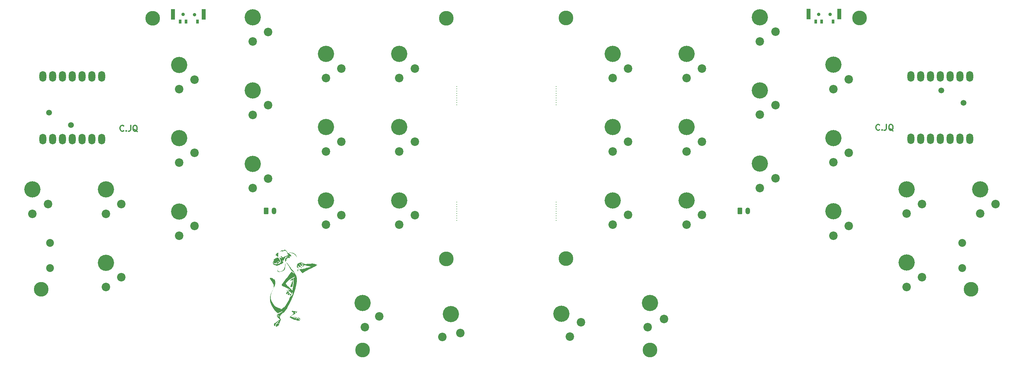
<source format=gts>
%TF.GenerationSoftware,KiCad,Pcbnew,(6.0.11)*%
%TF.CreationDate,2023-05-08T18:46:23+08:00*%
%TF.ProjectId,DOOOPE,444f4f4f-5045-42e6-9b69-6361645f7063,Rev 1*%
%TF.SameCoordinates,Original*%
%TF.FileFunction,Soldermask,Top*%
%TF.FilePolarity,Negative*%
%FSLAX46Y46*%
G04 Gerber Fmt 4.6, Leading zero omitted, Abs format (unit mm)*
G04 Created by KiCad (PCBNEW (6.0.11)) date 2023-05-08 18:46:23*
%MOMM*%
%LPD*%
G01*
G04 APERTURE LIST*
G04 Aperture macros list*
%AMRoundRect*
0 Rectangle with rounded corners*
0 $1 Rounding radius*
0 $2 $3 $4 $5 $6 $7 $8 $9 X,Y pos of 4 corners*
0 Add a 4 corners polygon primitive as box body*
4,1,4,$2,$3,$4,$5,$6,$7,$8,$9,$2,$3,0*
0 Add four circle primitives for the rounded corners*
1,1,$1+$1,$2,$3*
1,1,$1+$1,$4,$5*
1,1,$1+$1,$6,$7*
1,1,$1+$1,$8,$9*
0 Add four rect primitives between the rounded corners*
20,1,$1+$1,$2,$3,$4,$5,0*
20,1,$1+$1,$4,$5,$6,$7,0*
20,1,$1+$1,$6,$7,$8,$9,0*
20,1,$1+$1,$8,$9,$2,$3,0*%
G04 Aperture macros list end*
%ADD10C,0.300000*%
%ADD11C,0.900000*%
%ADD12R,0.700000X1.000000*%
%ADD13R,1.000000X2.800000*%
%ADD14C,4.200000*%
%ADD15C,2.200000*%
%ADD16RoundRect,0.250000X-0.350000X-0.625000X0.350000X-0.625000X0.350000X0.625000X-0.350000X0.625000X0*%
%ADD17O,1.200000X1.750000*%
%ADD18C,3.800000*%
%ADD19C,2.600000*%
%ADD20C,0.300000*%
%ADD21O,1.800000X2.750000*%
%ADD22C,1.500000*%
%ADD23C,2.025000*%
G04 APERTURE END LIST*
D10*
X244633930Y-84417378D02*
X244562501Y-84488806D01*
X244348215Y-84560235D01*
X244205358Y-84560235D01*
X243991072Y-84488806D01*
X243848215Y-84345949D01*
X243776787Y-84203092D01*
X243705358Y-83917378D01*
X243705358Y-83703092D01*
X243776787Y-83417378D01*
X243848215Y-83274521D01*
X243991072Y-83131664D01*
X244205358Y-83060235D01*
X244348215Y-83060235D01*
X244562501Y-83131664D01*
X244633930Y-83203092D01*
X245276787Y-84417378D02*
X245348215Y-84488806D01*
X245276787Y-84560235D01*
X245205358Y-84488806D01*
X245276787Y-84417378D01*
X245276787Y-84560235D01*
X246419644Y-83060235D02*
X246419644Y-84131664D01*
X246348215Y-84345949D01*
X246205358Y-84488806D01*
X245991072Y-84560235D01*
X245848215Y-84560235D01*
X248133930Y-84703092D02*
X247991072Y-84631664D01*
X247848215Y-84488806D01*
X247633930Y-84274521D01*
X247491072Y-84203092D01*
X247348215Y-84203092D01*
X247419644Y-84560235D02*
X247276787Y-84488806D01*
X247133930Y-84345949D01*
X247062501Y-84060235D01*
X247062501Y-83560235D01*
X247133930Y-83274521D01*
X247276787Y-83131664D01*
X247419644Y-83060235D01*
X247705358Y-83060235D01*
X247848215Y-83131664D01*
X247991072Y-83274521D01*
X248062501Y-83560235D01*
X248062501Y-84060235D01*
X247991072Y-84345949D01*
X247848215Y-84488806D01*
X247705358Y-84560235D01*
X247419644Y-84560235D01*
X48908930Y-84642378D02*
X48837501Y-84713806D01*
X48623215Y-84785235D01*
X48480358Y-84785235D01*
X48266072Y-84713806D01*
X48123215Y-84570949D01*
X48051787Y-84428092D01*
X47980358Y-84142378D01*
X47980358Y-83928092D01*
X48051787Y-83642378D01*
X48123215Y-83499521D01*
X48266072Y-83356664D01*
X48480358Y-83285235D01*
X48623215Y-83285235D01*
X48837501Y-83356664D01*
X48908930Y-83428092D01*
X49551787Y-84642378D02*
X49623215Y-84713806D01*
X49551787Y-84785235D01*
X49480358Y-84713806D01*
X49551787Y-84642378D01*
X49551787Y-84785235D01*
X50694644Y-83285235D02*
X50694644Y-84356664D01*
X50623215Y-84570949D01*
X50480358Y-84713806D01*
X50266072Y-84785235D01*
X50123215Y-84785235D01*
X52408930Y-84928092D02*
X52266072Y-84856664D01*
X52123215Y-84713806D01*
X51908930Y-84499521D01*
X51766072Y-84428092D01*
X51623215Y-84428092D01*
X51694644Y-84785235D02*
X51551787Y-84713806D01*
X51408930Y-84570949D01*
X51337501Y-84285235D01*
X51337501Y-83785235D01*
X51408930Y-83499521D01*
X51551787Y-83356664D01*
X51694644Y-83285235D01*
X51980358Y-83285235D01*
X52123215Y-83356664D01*
X52266072Y-83499521D01*
X52337501Y-83785235D01*
X52337501Y-84285235D01*
X52266072Y-84570949D01*
X52123215Y-84713806D01*
X51980358Y-84785235D01*
X51694644Y-84785235D01*
%TO.C,REF\u002A\u002A*%
G36*
X91531135Y-126345043D02*
G01*
X91589160Y-126411238D01*
X91702205Y-126584549D01*
X91703746Y-126680860D01*
X91594168Y-126690575D01*
X91578146Y-126686686D01*
X91439432Y-126705109D01*
X91305797Y-126850505D01*
X91296959Y-126864251D01*
X91200584Y-127003356D01*
X91133853Y-127030035D01*
X91050611Y-126958105D01*
X91036223Y-126942289D01*
X90955373Y-126832928D01*
X90980139Y-126749071D01*
X91057992Y-126672674D01*
X91153588Y-126555610D01*
X91166961Y-126480360D01*
X91194441Y-126405717D01*
X91292605Y-126333152D01*
X91425851Y-126287704D01*
X91531135Y-126345043D01*
G37*
G36*
X89918138Y-117291356D02*
G01*
X89955977Y-117391731D01*
X89946233Y-117487959D01*
X89937571Y-117498497D01*
X89865048Y-117467679D01*
X89713427Y-117400768D01*
X89698296Y-117394026D01*
X89560499Y-117322591D01*
X89547716Y-117275743D01*
X89606267Y-117244882D01*
X89785561Y-117223646D01*
X89918138Y-117291356D01*
G37*
G36*
X87600035Y-125787085D02*
G01*
X87563223Y-125823897D01*
X87526412Y-125787085D01*
X87563223Y-125750274D01*
X87600035Y-125787085D01*
G37*
G36*
X92957748Y-131433407D02*
G01*
X93141785Y-131455999D01*
X93493101Y-131502386D01*
X93344249Y-131691621D01*
X93223110Y-131870695D01*
X93213693Y-131970452D01*
X93316927Y-132008562D01*
X93361049Y-132010537D01*
X93394378Y-132039773D01*
X93292211Y-132124296D01*
X93055293Y-132263535D01*
X92974528Y-132307130D01*
X92613661Y-132504268D01*
X92371349Y-132649996D01*
X92232839Y-132755444D01*
X92183380Y-132831742D01*
X92205441Y-132887360D01*
X92303296Y-132919296D01*
X92515524Y-132953470D01*
X92809402Y-132985486D01*
X93103368Y-133007997D01*
X93432609Y-133033027D01*
X93699832Y-133061693D01*
X93875700Y-133090281D01*
X93931629Y-133112862D01*
X93870184Y-133145376D01*
X93765977Y-133142727D01*
X93605427Y-133125177D01*
X93357540Y-133103130D01*
X93131664Y-133085523D01*
X92869947Y-133078253D01*
X92743267Y-133098165D01*
X92744163Y-133135362D01*
X92865171Y-133179943D01*
X93098830Y-133222009D01*
X93246776Y-133238217D01*
X93683302Y-133277800D01*
X93568190Y-133524103D01*
X93474986Y-133684514D01*
X93392005Y-133765789D01*
X93379455Y-133768344D01*
X93284287Y-133739072D01*
X93088037Y-133661993D01*
X92823600Y-133550384D01*
X92643223Y-133471180D01*
X92275808Y-133304765D01*
X92032401Y-133180750D01*
X91901798Y-133083245D01*
X91872789Y-132996358D01*
X91934169Y-132904197D01*
X92074730Y-132790871D01*
X92133466Y-132748357D01*
X92383056Y-132555714D01*
X92619367Y-132350362D01*
X92814683Y-132159041D01*
X92941294Y-132008488D01*
X92974528Y-131936878D01*
X92915890Y-131864244D01*
X92767571Y-131757119D01*
X92680035Y-131704906D01*
X92464757Y-131568313D01*
X92382842Y-131473970D01*
X92436338Y-131420774D01*
X92627290Y-131407621D01*
X92957748Y-131433407D01*
G37*
G36*
X94021542Y-133310320D02*
G01*
X94184689Y-133434833D01*
X94350691Y-133592988D01*
X94476733Y-133744390D01*
X94520614Y-133841462D01*
X94455152Y-133883373D01*
X94289769Y-133908087D01*
X94070976Y-133913905D01*
X93845281Y-133899131D01*
X93692354Y-133871697D01*
X93583143Y-133809297D01*
X93563513Y-133766147D01*
X93603952Y-133613526D01*
X93700617Y-133441825D01*
X93816533Y-133306016D01*
X93904070Y-133259839D01*
X94021542Y-133310320D01*
G37*
G36*
X87452788Y-126081578D02*
G01*
X87415977Y-126118390D01*
X87379165Y-126081578D01*
X87415977Y-126044766D01*
X87452788Y-126081578D01*
G37*
G36*
X90659730Y-115593696D02*
G01*
X90851947Y-115670444D01*
X91056819Y-115826128D01*
X91233249Y-116049315D01*
X91342111Y-116284159D01*
X91359035Y-116394252D01*
X91420136Y-116443537D01*
X91554074Y-116427606D01*
X91690474Y-116411009D01*
X91700252Y-116457714D01*
X91719048Y-116538208D01*
X91799755Y-116583863D01*
X91937578Y-116672357D01*
X92096388Y-116832675D01*
X92234790Y-117015175D01*
X92311392Y-117170213D01*
X92316137Y-117203155D01*
X92256660Y-117272606D01*
X92187296Y-117279757D01*
X91997758Y-117272704D01*
X91918204Y-117275129D01*
X91823461Y-117291613D01*
X91840325Y-117349381D01*
X91899799Y-117418245D01*
X92000726Y-117550607D01*
X91988956Y-117621644D01*
X91851199Y-117648957D01*
X91723495Y-117651723D01*
X91502468Y-117675525D01*
X91286036Y-117735917D01*
X91113578Y-117816381D01*
X91024477Y-117900395D01*
X91026439Y-117944125D01*
X91037043Y-118052646D01*
X91006868Y-118228305D01*
X90951043Y-118421173D01*
X90884696Y-118581318D01*
X90822955Y-118658811D01*
X90809741Y-118659332D01*
X90747704Y-118570114D01*
X90711089Y-118380830D01*
X90704619Y-118137200D01*
X90730871Y-117896128D01*
X90843631Y-117664959D01*
X91062486Y-117502253D01*
X91353173Y-117431958D01*
X91396536Y-117430853D01*
X91524057Y-117407881D01*
X91543093Y-117357230D01*
X91425635Y-117294792D01*
X91216550Y-117293799D01*
X90957976Y-117354151D01*
X90944847Y-117358658D01*
X90804547Y-117436386D01*
X90689915Y-117580514D01*
X90573494Y-117827174D01*
X90556242Y-117870047D01*
X90446601Y-118119458D01*
X90351352Y-118258685D01*
X90245566Y-118319440D01*
X90195646Y-118328764D01*
X90033780Y-118381511D01*
X89981395Y-118466406D01*
X90051425Y-118549532D01*
X90103388Y-118570727D01*
X90224426Y-118634459D01*
X90254688Y-118681760D01*
X90195624Y-118818060D01*
X90043994Y-118987234D01*
X89838139Y-119154741D01*
X89616402Y-119286040D01*
X89554660Y-119312390D01*
X89371981Y-119396963D01*
X89272576Y-119472644D01*
X89266606Y-119501737D01*
X89227141Y-119540992D01*
X89080960Y-119563687D01*
X89003093Y-119565926D01*
X88814314Y-119581252D01*
X88741164Y-119622763D01*
X88745412Y-119639549D01*
X88737660Y-119699785D01*
X88631238Y-119707670D01*
X88463746Y-119666648D01*
X88308353Y-119599529D01*
X88124280Y-119527407D01*
X87979649Y-119509587D01*
X87977049Y-119510075D01*
X87815095Y-119472655D01*
X87661600Y-119311134D01*
X87541595Y-119057983D01*
X87482176Y-118850431D01*
X87461929Y-118713308D01*
X87478892Y-118667890D01*
X87531104Y-118735457D01*
X87564766Y-118806524D01*
X87703359Y-119007191D01*
X87889532Y-119156234D01*
X88170205Y-119241933D01*
X88518784Y-119266815D01*
X88869192Y-119231138D01*
X89123355Y-119151401D01*
X89406873Y-118965023D01*
X89556720Y-118732879D01*
X89575284Y-118445560D01*
X89464958Y-118093655D01*
X89417323Y-117994101D01*
X89327539Y-117796173D01*
X89284495Y-117658296D01*
X89288676Y-117620418D01*
X89381329Y-117624078D01*
X89554764Y-117668439D01*
X89610677Y-117686770D01*
X89796335Y-117733939D01*
X89882275Y-117725143D01*
X89852367Y-117672284D01*
X89725226Y-117602230D01*
X89653773Y-117559811D01*
X89691306Y-117535843D01*
X89854303Y-117524018D01*
X89935363Y-117521774D01*
X90251754Y-117480593D01*
X90562642Y-117357710D01*
X90700996Y-117280913D01*
X90956063Y-117147470D01*
X91201589Y-117046447D01*
X91337525Y-117009181D01*
X91498124Y-116962465D01*
X91578843Y-116902291D01*
X91558897Y-116854365D01*
X91472806Y-116841868D01*
X91384520Y-116772977D01*
X91320782Y-116584676D01*
X91317296Y-116565781D01*
X91208088Y-116211806D01*
X91016416Y-115967793D01*
X90800587Y-115840589D01*
X90624413Y-115780319D01*
X90482674Y-115785407D01*
X90301115Y-115861254D01*
X90264881Y-115879566D01*
X90051747Y-115967091D01*
X89925791Y-115962460D01*
X89902891Y-115945260D01*
X89785583Y-115904286D01*
X89586051Y-115949459D01*
X89347997Y-116032445D01*
X89488255Y-115877461D01*
X89614778Y-115777084D01*
X89780149Y-115746887D01*
X89942920Y-115757915D01*
X90187229Y-115761527D01*
X90309243Y-115705754D01*
X90311224Y-115702609D01*
X90449743Y-115587009D01*
X90659730Y-115593696D01*
G37*
G36*
X87526412Y-125934332D02*
G01*
X87489600Y-125971143D01*
X87452788Y-125934332D01*
X87489600Y-125897520D01*
X87526412Y-125934332D01*
G37*
G36*
X95155805Y-118957630D02*
G01*
X95172533Y-118969328D01*
X95414788Y-119110045D01*
X95688041Y-119198060D01*
X96021173Y-119237128D01*
X96443064Y-119231006D01*
X96893161Y-119193061D01*
X97319839Y-119153673D01*
X97646985Y-119138530D01*
X97920340Y-119147851D01*
X98185646Y-119181859D01*
X98285857Y-119199784D01*
X98546484Y-119260670D01*
X98744758Y-119328903D01*
X98840630Y-119390468D01*
X98842662Y-119394646D01*
X98922302Y-119454493D01*
X98964126Y-119443196D01*
X98976614Y-119457492D01*
X98904017Y-119552466D01*
X98868453Y-119592465D01*
X98695625Y-119739236D01*
X98455081Y-119893849D01*
X98316279Y-119966545D01*
X98101351Y-120068124D01*
X97794704Y-120212567D01*
X97437966Y-120380285D01*
X97088061Y-120544516D01*
X96700806Y-120733850D01*
X96305008Y-120940436D01*
X95950814Y-121137411D01*
X95718519Y-121278124D01*
X95205010Y-121610311D01*
X94784243Y-121139880D01*
X94574427Y-120890421D01*
X94462357Y-120722018D01*
X94453398Y-120642962D01*
X94460451Y-120639565D01*
X94575675Y-120615322D01*
X94794421Y-120577789D01*
X95074390Y-120534126D01*
X95146412Y-120523469D01*
X95508310Y-120455823D01*
X95926668Y-120355793D01*
X96320234Y-120243116D01*
X96378783Y-120224138D01*
X96775793Y-120108085D01*
X97087508Y-120048992D01*
X97262261Y-120046694D01*
X97381923Y-120053740D01*
X97383633Y-120025719D01*
X97289865Y-119971861D01*
X97123095Y-119901396D01*
X96905795Y-119823554D01*
X96660439Y-119747564D01*
X96409502Y-119682655D01*
X96337625Y-119666959D01*
X96077681Y-119605165D01*
X95881789Y-119543867D01*
X95788020Y-119495217D01*
X95785399Y-119490699D01*
X95725944Y-119498690D01*
X95599893Y-119592117D01*
X95506858Y-119679122D01*
X95336406Y-119828847D01*
X95192092Y-119920525D01*
X95143957Y-119934042D01*
X95047908Y-119992757D01*
X95035977Y-120041886D01*
X94975838Y-120154788D01*
X94838785Y-120257765D01*
X94691107Y-120301806D01*
X94710073Y-120258587D01*
X94817190Y-120145340D01*
X94987315Y-119986095D01*
X95195307Y-119804880D01*
X95312064Y-119708335D01*
X95398080Y-119554928D01*
X95356178Y-119349739D01*
X95189506Y-119108091D01*
X95188477Y-119106942D01*
X95051732Y-118965193D01*
X94975625Y-118926574D01*
X94929882Y-118978385D01*
X94922856Y-118995511D01*
X94904584Y-119160906D01*
X94929382Y-119326815D01*
X94974105Y-119449417D01*
X95006452Y-119434820D01*
X95016344Y-119400274D01*
X95085978Y-119284845D01*
X95179494Y-119302273D01*
X95232413Y-119387577D01*
X95227176Y-119537783D01*
X95115706Y-119647104D01*
X94938718Y-119684016D01*
X94864019Y-119672819D01*
X94710824Y-119591206D01*
X94608909Y-119414930D01*
X94583194Y-119337228D01*
X94510025Y-119150525D01*
X94442779Y-119060373D01*
X94401689Y-119076938D01*
X94406985Y-119210386D01*
X94415620Y-119253027D01*
X94478278Y-119509350D01*
X94537203Y-119659475D01*
X94614047Y-119742247D01*
X94715403Y-119790875D01*
X94841177Y-119870353D01*
X94834194Y-119945643D01*
X94708051Y-119996370D01*
X94571487Y-120006538D01*
X94338005Y-119981917D01*
X94203856Y-119887981D01*
X94128570Y-119690350D01*
X94113607Y-119617542D01*
X94064895Y-119431329D01*
X94022174Y-119387181D01*
X93994820Y-119479953D01*
X93991390Y-119684580D01*
X94042451Y-119963310D01*
X94172137Y-120120149D01*
X94327165Y-120160724D01*
X94412595Y-120178760D01*
X94387823Y-120204988D01*
X94253956Y-120218349D01*
X94056966Y-120199225D01*
X94038113Y-120195839D01*
X93784383Y-120148239D01*
X93784383Y-119727546D01*
X93790475Y-119502897D01*
X93825793Y-119347731D01*
X93915899Y-119229682D01*
X94086355Y-119116383D01*
X94362723Y-118975470D01*
X94388217Y-118962991D01*
X94685274Y-118851645D01*
X94926711Y-118849742D01*
X95155805Y-118957630D01*
G37*
G36*
X87379165Y-126228824D02*
G01*
X87342354Y-126265636D01*
X87305542Y-126228824D01*
X87342354Y-126192013D01*
X87379165Y-126228824D01*
G37*
G36*
X94315526Y-120466935D02*
G01*
X94341782Y-120516150D01*
X94248800Y-120584514D01*
X94095904Y-120629548D01*
X94041865Y-120596330D01*
X94055093Y-120517468D01*
X94158919Y-120463615D01*
X94296704Y-120461551D01*
X94315526Y-120466935D01*
G37*
G36*
X92164766Y-127047438D02*
G01*
X92194851Y-127088363D01*
X92293569Y-127255329D01*
X92281185Y-127340685D01*
X92148660Y-127368956D01*
X92091049Y-127369984D01*
X91927552Y-127345433D01*
X91871472Y-127257724D01*
X91870180Y-127231752D01*
X91922230Y-127068851D01*
X91973981Y-127007373D01*
X92069095Y-126969313D01*
X92164766Y-127047438D01*
G37*
G36*
X87673658Y-125639839D02*
G01*
X87636846Y-125676651D01*
X87600035Y-125639839D01*
X87636846Y-125603027D01*
X87673658Y-125639839D01*
G37*
G36*
X90225928Y-117381771D02*
G01*
X90215822Y-117425540D01*
X90176846Y-117430853D01*
X90116246Y-117403916D01*
X90127764Y-117381771D01*
X90215138Y-117372960D01*
X90225928Y-117381771D01*
G37*
G36*
X87281001Y-126363800D02*
G01*
X87289812Y-126451174D01*
X87281001Y-126461965D01*
X87237232Y-126451858D01*
X87231919Y-126412882D01*
X87258856Y-126352282D01*
X87281001Y-126363800D01*
G37*
G36*
X92728270Y-123882388D02*
G01*
X92701924Y-124351884D01*
X92674361Y-124694217D01*
X92639118Y-124929377D01*
X92589733Y-125077353D01*
X92519740Y-125158135D01*
X92422679Y-125191714D01*
X92302871Y-125198100D01*
X92036143Y-125198100D01*
X92139116Y-124851605D01*
X92233310Y-124576273D01*
X92357453Y-124264445D01*
X92423532Y-124115373D01*
X92523190Y-123879917D01*
X92589400Y-123682543D01*
X92605692Y-123594485D01*
X92553119Y-123458486D01*
X92416124Y-123417994D01*
X92228778Y-123481099D01*
X92200916Y-123498369D01*
X92069106Y-123570030D01*
X92020155Y-123548022D01*
X92017426Y-123520309D01*
X92079309Y-123406136D01*
X92244961Y-123255702D01*
X92484386Y-123094299D01*
X92599796Y-123029286D01*
X92777238Y-122934792D01*
X92728270Y-123882388D01*
G37*
G36*
X87142375Y-122824979D02*
G01*
X87404660Y-122950426D01*
X87699823Y-123202932D01*
X87727900Y-123231446D01*
X87881200Y-123378870D01*
X87970577Y-123444305D01*
X87978764Y-123415482D01*
X87974181Y-123406432D01*
X87920080Y-123264977D01*
X87924408Y-123192664D01*
X87974746Y-123226857D01*
X88052290Y-123362135D01*
X88086234Y-123438092D01*
X88176768Y-123828180D01*
X88160880Y-124280663D01*
X88042554Y-124760513D01*
X87896808Y-125102035D01*
X87790729Y-125299991D01*
X87723136Y-125404968D01*
X87705892Y-125399199D01*
X87709803Y-125382158D01*
X87759165Y-124991587D01*
X87695957Y-124586315D01*
X87514814Y-124150115D01*
X87210371Y-123666757D01*
X87088417Y-123502581D01*
X86882915Y-123219783D01*
X86773928Y-123026200D01*
X86756498Y-122904347D01*
X86825668Y-122836739D01*
X86894133Y-122817232D01*
X87142375Y-122824979D01*
G37*
G36*
X89088781Y-118663004D02*
G01*
X89120872Y-118792877D01*
X89057950Y-118949449D01*
X89033205Y-118979682D01*
X88905515Y-119061890D01*
X88729128Y-119113598D01*
X88555233Y-119128448D01*
X88435020Y-119100082D01*
X88409890Y-119057108D01*
X88465708Y-118961139D01*
X88600866Y-118830779D01*
X88766920Y-118704800D01*
X88915425Y-118621972D01*
X88970023Y-118608824D01*
X89088781Y-118663004D01*
G37*
G36*
X91810926Y-127034545D02*
G01*
X91718968Y-127218481D01*
X91642556Y-127283597D01*
X91541978Y-127247558D01*
X91460918Y-127190238D01*
X91372010Y-127062182D01*
X91407724Y-126932546D01*
X91549040Y-126832126D01*
X91704849Y-126795269D01*
X91929596Y-126772729D01*
X91810926Y-127034545D01*
G37*
G36*
X94072905Y-120675448D02*
G01*
X94110400Y-120800862D01*
X94053702Y-120954582D01*
X93955352Y-121138351D01*
X93903202Y-120930570D01*
X93888930Y-120751664D01*
X93933987Y-120640633D01*
X94017719Y-120628529D01*
X94072905Y-120675448D01*
G37*
G36*
X87622047Y-118599898D02*
G01*
X87653015Y-118454225D01*
X87663931Y-118441856D01*
X87730037Y-118409384D01*
X87781780Y-118478974D01*
X87830424Y-118670012D01*
X87846482Y-118756071D01*
X87862609Y-118796491D01*
X87869990Y-118708599D01*
X87868498Y-118572013D01*
X87851694Y-118347503D01*
X87812096Y-118242567D01*
X87747281Y-118228368D01*
X87696715Y-118213418D01*
X87740676Y-118137283D01*
X87853452Y-118023763D01*
X88009327Y-117896662D01*
X88182587Y-117779783D01*
X88299455Y-117717251D01*
X88593056Y-117607401D01*
X88811750Y-117597367D01*
X88992359Y-117691056D01*
X89100804Y-117802287D01*
X89292678Y-118094447D01*
X89395391Y-118391417D01*
X89398618Y-118654689D01*
X89358605Y-118763620D01*
X89286145Y-118884018D01*
X89254150Y-118879793D01*
X89235349Y-118779823D01*
X89162357Y-118572239D01*
X89030686Y-118496396D01*
X88846103Y-118551640D01*
X88614371Y-118737317D01*
X88495859Y-118863692D01*
X88284789Y-119056994D01*
X88097877Y-119114411D01*
X87913016Y-119039848D01*
X87840539Y-118979431D01*
X87728175Y-118838301D01*
X88074786Y-118838301D01*
X88085975Y-118871217D01*
X88115447Y-118801634D01*
X88155574Y-118649991D01*
X88198728Y-118436727D01*
X88213161Y-118351143D01*
X88232373Y-118189344D01*
X88216954Y-118165140D01*
X88197212Y-118203897D01*
X88148278Y-118367724D01*
X88101818Y-118600196D01*
X88089508Y-118682448D01*
X88074786Y-118838301D01*
X87728175Y-118838301D01*
X87689337Y-118789521D01*
X87622047Y-118599898D01*
G37*
G36*
X94179899Y-133079096D02*
G01*
X94314624Y-133173925D01*
X94469908Y-133315702D01*
X94608651Y-133471549D01*
X94676787Y-133572737D01*
X94716276Y-133681832D01*
X94667240Y-133689305D01*
X94541787Y-133601025D01*
X94352026Y-133422863D01*
X94337876Y-133408437D01*
X94190206Y-133240353D01*
X94107744Y-133112377D01*
X94102833Y-133064094D01*
X94179899Y-133079096D01*
G37*
G36*
X90755202Y-119164679D02*
G01*
X90779429Y-119270534D01*
X90782428Y-119481232D01*
X90767745Y-119756472D01*
X90738930Y-120055952D01*
X90699529Y-120339368D01*
X90653091Y-120566417D01*
X90623766Y-120657766D01*
X90485657Y-120831241D01*
X90241143Y-120996250D01*
X89929582Y-121139610D01*
X89590332Y-121248133D01*
X89262751Y-121308635D01*
X88986197Y-121307928D01*
X88833223Y-121257647D01*
X88729023Y-121113257D01*
X88721821Y-120889890D01*
X88775677Y-120707085D01*
X88815914Y-120633538D01*
X88831979Y-120685867D01*
X88832824Y-120802538D01*
X88865551Y-121038293D01*
X88986636Y-121169817D01*
X89216622Y-121216282D01*
X89276970Y-121217059D01*
X89699374Y-121146524D01*
X90062147Y-120951335D01*
X90353495Y-120646098D01*
X90561628Y-120245418D01*
X90674753Y-119763899D01*
X90692209Y-119464215D01*
X90703008Y-119264182D01*
X90731320Y-119163820D01*
X90755202Y-119164679D01*
G37*
G36*
X88970370Y-116404208D02*
G01*
X88954071Y-116492158D01*
X88920041Y-116676522D01*
X88908162Y-116911999D01*
X88908901Y-116946506D01*
X88900897Y-117212505D01*
X88850271Y-117344096D01*
X88750464Y-117349633D01*
X88645935Y-117281452D01*
X88532135Y-117166043D01*
X88498689Y-117085132D01*
X88454471Y-117030682D01*
X88354672Y-117002400D01*
X88236099Y-116973550D01*
X88205627Y-116916572D01*
X88268987Y-116807345D01*
X88431912Y-116621747D01*
X88449684Y-116602593D01*
X88639441Y-116431579D01*
X88805796Y-116337937D01*
X88924266Y-116327027D01*
X88970370Y-116404208D01*
G37*
G36*
X93791502Y-131540776D02*
G01*
X93782668Y-131651330D01*
X93712680Y-131774852D01*
X93598548Y-131861648D01*
X93595532Y-131862821D01*
X93422616Y-131922557D01*
X93359117Y-131920610D01*
X93379646Y-131854524D01*
X93386308Y-131842593D01*
X93500989Y-131678713D01*
X93628291Y-131546436D01*
X93722170Y-131492882D01*
X93791502Y-131540776D01*
G37*
G36*
X89094265Y-117410957D02*
G01*
X89109310Y-117430853D01*
X89105945Y-117498804D01*
X89081189Y-117504477D01*
X88977109Y-117450750D01*
X88962064Y-117430853D01*
X88965429Y-117362902D01*
X88990185Y-117357230D01*
X89094265Y-117410957D01*
G37*
G36*
X92513063Y-116289467D02*
G01*
X92873708Y-116403329D01*
X93209989Y-116622764D01*
X93288002Y-116688842D01*
X93429644Y-116846284D01*
X93570478Y-117055011D01*
X93689951Y-117275728D01*
X93767508Y-117469143D01*
X93782594Y-117595963D01*
X93772321Y-117614702D01*
X93729245Y-117575622D01*
X93663592Y-117437111D01*
X93644730Y-117387319D01*
X93431147Y-116992227D01*
X93106813Y-116687025D01*
X92668131Y-116469343D01*
X92111504Y-116336807D01*
X92036835Y-116326540D01*
X91612499Y-116272189D01*
X92075008Y-116262536D01*
X92513063Y-116289467D01*
G37*
G36*
X88815829Y-134681394D02*
G01*
X89062542Y-134740488D01*
X89175384Y-134824982D01*
X89167406Y-134950503D01*
X89116822Y-135041810D01*
X89000183Y-135165292D01*
X88816608Y-135309634D01*
X88615336Y-135441333D01*
X88445608Y-135526884D01*
X88381460Y-135542158D01*
X88354006Y-135476480D01*
X88337971Y-135311078D01*
X88336267Y-135224925D01*
X88366425Y-134921370D01*
X88464342Y-134741096D01*
X88641187Y-134671446D01*
X88815829Y-134681394D01*
G37*
G36*
X91052623Y-118756146D02*
G01*
X91154865Y-118871107D01*
X91284863Y-119057794D01*
X91423550Y-119259874D01*
X91630851Y-119543311D01*
X91882254Y-119875406D01*
X92153245Y-120223457D01*
X92249896Y-120345137D01*
X92704378Y-120927024D01*
X93064838Y-121422599D01*
X93340093Y-121850931D01*
X93538960Y-122231089D01*
X93670258Y-122582142D01*
X93742803Y-122923161D01*
X93765413Y-123273213D01*
X93751860Y-123593326D01*
X93725236Y-123898615D01*
X93698034Y-124164639D01*
X93675293Y-124343078D01*
X93671276Y-124366370D01*
X93312697Y-125910592D01*
X92842988Y-127368653D01*
X92256799Y-128756826D01*
X92164024Y-128948776D01*
X91822283Y-129621785D01*
X91490859Y-130230514D01*
X91177085Y-130763881D01*
X90888294Y-131210806D01*
X90631821Y-131560206D01*
X90414998Y-131800999D01*
X90245158Y-131922104D01*
X90188124Y-131934622D01*
X90045648Y-131992600D01*
X89861994Y-132143471D01*
X89669656Y-132352635D01*
X89501130Y-132585493D01*
X89403339Y-132770231D01*
X89335152Y-132956922D01*
X89328894Y-133095819D01*
X89388370Y-133259984D01*
X89433720Y-133353748D01*
X89582189Y-133653830D01*
X89400967Y-134106814D01*
X89308121Y-134349700D01*
X89242766Y-134541308D01*
X89219745Y-134635822D01*
X89160789Y-134673847D01*
X88978872Y-134646912D01*
X88925181Y-134633222D01*
X88630617Y-134554598D01*
X88901992Y-134276686D01*
X89073916Y-134087695D01*
X89136710Y-133989860D01*
X89097404Y-133983850D01*
X88963027Y-134070332D01*
X88740612Y-134249974D01*
X88728689Y-134260221D01*
X88497894Y-134479229D01*
X88356737Y-134676087D01*
X88268618Y-134904442D01*
X88255276Y-134954156D01*
X88160798Y-135204793D01*
X88043877Y-135325250D01*
X87913412Y-135308182D01*
X87869986Y-135272206D01*
X87824856Y-135140282D01*
X87836345Y-134933795D01*
X87900489Y-134712388D01*
X87908396Y-134694455D01*
X88002700Y-134557431D01*
X88131737Y-134537625D01*
X88164116Y-134544654D01*
X88284780Y-134555128D01*
X88294552Y-134488535D01*
X88292757Y-134483714D01*
X88334132Y-134386173D01*
X88511614Y-134232937D01*
X88810080Y-134033445D01*
X89057327Y-133874605D01*
X89248221Y-133742953D01*
X89354402Y-133658468D01*
X89366991Y-133641055D01*
X89318910Y-133570413D01*
X89192024Y-133425841D01*
X89012372Y-133236801D01*
X88986148Y-133210140D01*
X88605305Y-132824507D01*
X88930931Y-132839709D01*
X89160690Y-132825499D01*
X89255679Y-132762738D01*
X89215610Y-132662836D01*
X89040200Y-132537200D01*
X88939785Y-132485931D01*
X88623013Y-132335842D01*
X88976596Y-132165855D01*
X89245976Y-132027344D01*
X89511275Y-131875861D01*
X89743937Y-131729748D01*
X89915408Y-131607344D01*
X89997133Y-131526992D01*
X89997653Y-131510018D01*
X89919782Y-131524217D01*
X89746353Y-131595284D01*
X89510807Y-131709088D01*
X89440940Y-131745288D01*
X88921771Y-132018103D01*
X88684236Y-131870564D01*
X88296621Y-131564020D01*
X87913629Y-131140148D01*
X87554752Y-130628115D01*
X87239482Y-130057088D01*
X86987311Y-129456232D01*
X86908136Y-129212923D01*
X86827670Y-128794825D01*
X86804113Y-128312356D01*
X86833251Y-127808750D01*
X86910875Y-127327243D01*
X87032771Y-126911070D01*
X87157050Y-126657779D01*
X87218316Y-126568217D01*
X87214474Y-126608208D01*
X87194372Y-126670564D01*
X87074722Y-127121466D01*
X87005548Y-127575067D01*
X86993702Y-127977170D01*
X87009668Y-128131622D01*
X87179267Y-128796938D01*
X87451695Y-129387799D01*
X87815711Y-129889854D01*
X88260070Y-130288754D01*
X88773530Y-130570147D01*
X88975403Y-130640603D01*
X89282721Y-130732411D01*
X89471732Y-130791479D01*
X89564712Y-130828854D01*
X89583942Y-130855579D01*
X89551697Y-130882701D01*
X89512174Y-130906730D01*
X89449678Y-130963035D01*
X89500072Y-130972846D01*
X89637660Y-130939421D01*
X89836746Y-130866015D01*
X89838191Y-130865412D01*
X90053562Y-130747458D01*
X90296230Y-130575064D01*
X90405725Y-130482975D01*
X90603670Y-130264307D01*
X90839853Y-129940690D01*
X91095542Y-129542950D01*
X91352003Y-129101916D01*
X91590503Y-128648417D01*
X91792307Y-128213280D01*
X91809070Y-128173586D01*
X91952746Y-127855953D01*
X92071079Y-127658743D01*
X92178049Y-127560484D01*
X92218621Y-127544625D01*
X92362824Y-127456230D01*
X92510980Y-127291832D01*
X92538641Y-127250079D01*
X92604565Y-127130225D01*
X92648861Y-127002893D01*
X92674178Y-126839642D01*
X92683166Y-126612035D01*
X92678472Y-126291635D01*
X92664625Y-125897520D01*
X92673667Y-125709693D01*
X92706449Y-125426734D01*
X92756844Y-125097695D01*
X92782484Y-124953820D01*
X92881222Y-124106583D01*
X92887281Y-123537693D01*
X92864093Y-122807585D01*
X93066557Y-122723910D01*
X93214294Y-122639233D01*
X93265400Y-122565399D01*
X93213477Y-122532277D01*
X93103368Y-122552031D01*
X92708930Y-122718977D01*
X92268945Y-122980725D01*
X91821454Y-123310854D01*
X91404494Y-123682943D01*
X91258901Y-123833151D01*
X91066990Y-124046263D01*
X90921225Y-124219218D01*
X90845214Y-124323580D01*
X90839455Y-124338425D01*
X90889030Y-124405426D01*
X91026091Y-124557145D01*
X91233139Y-124775055D01*
X91492674Y-125040628D01*
X91686122Y-125234911D01*
X92532788Y-126079176D01*
X92527614Y-126522116D01*
X92513491Y-126787303D01*
X92482420Y-127009957D01*
X92452859Y-127112303D01*
X92408705Y-127192951D01*
X92406805Y-127145214D01*
X92422836Y-127056242D01*
X92425453Y-126891784D01*
X92326871Y-126793012D01*
X92280460Y-126770041D01*
X92151974Y-126674965D01*
X92088315Y-126510937D01*
X92071995Y-126384363D01*
X92045463Y-126081578D01*
X91984776Y-126324123D01*
X91924089Y-126566669D01*
X91792667Y-126350562D01*
X91681078Y-126189042D01*
X91588066Y-126089468D01*
X91583176Y-126086206D01*
X91463437Y-126083198D01*
X91298736Y-126147596D01*
X91155045Y-126249984D01*
X91119545Y-126292931D01*
X91041674Y-126334360D01*
X91017025Y-126320500D01*
X91005727Y-126231303D01*
X91102097Y-126129818D01*
X91269532Y-126033206D01*
X91471428Y-125958626D01*
X91671182Y-125923237D01*
X91825484Y-125941494D01*
X91925536Y-125940809D01*
X91943803Y-125900621D01*
X91880937Y-125835001D01*
X91711957Y-125729158D01*
X91466293Y-125600401D01*
X91299600Y-125521739D01*
X90816415Y-125301712D01*
X90450992Y-125132652D01*
X90186877Y-125004971D01*
X90007611Y-124909081D01*
X89896740Y-124835396D01*
X89837806Y-124774328D01*
X89814354Y-124716289D01*
X89809942Y-124653863D01*
X89860247Y-124496384D01*
X89999463Y-124272874D01*
X90158441Y-124072352D01*
X90811169Y-123290783D01*
X91373650Y-122561775D01*
X91730037Y-122061570D01*
X91975507Y-121706642D01*
X92156770Y-121461746D01*
X92294515Y-121316605D01*
X92409432Y-121260942D01*
X92522209Y-121284482D01*
X92653536Y-121376947D01*
X92816988Y-121521668D01*
X93002634Y-121678192D01*
X93137597Y-121772176D01*
X93194960Y-121785128D01*
X93195397Y-121781656D01*
X93143278Y-121665945D01*
X93011991Y-121499029D01*
X92839147Y-121319398D01*
X92662353Y-121165541D01*
X92519218Y-121075947D01*
X92499563Y-121069523D01*
X92354617Y-120965092D01*
X92192974Y-120725874D01*
X92133063Y-120610344D01*
X92002183Y-120370021D01*
X91813709Y-120057907D01*
X91596796Y-119721188D01*
X91452113Y-119508247D01*
X91264362Y-119228522D01*
X91116593Y-118988792D01*
X91024920Y-118816553D01*
X91003461Y-118742603D01*
X91052623Y-118756146D01*
G37*
G36*
X88822542Y-132549400D02*
G01*
X88899899Y-132588653D01*
X89182933Y-132737969D01*
X88904536Y-132741223D01*
X88675818Y-132711910D01*
X88582542Y-132630867D01*
X88563166Y-132508623D01*
X88640685Y-132481797D01*
X88822542Y-132549400D01*
G37*
G36*
X88900711Y-120253076D02*
G01*
X88909522Y-120340449D01*
X88900711Y-120351240D01*
X88856942Y-120341134D01*
X88851629Y-120302158D01*
X88878567Y-120241558D01*
X88900711Y-120253076D01*
G37*
%TD*%
D11*
%TO.C,On / Off*%
X67283930Y-54566664D03*
X64283930Y-54516664D03*
D12*
X68033930Y-56366664D03*
X65033930Y-56366664D03*
X63533930Y-56366664D03*
D13*
X61683930Y-54466664D03*
X69633930Y-54466664D03*
%TD*%
D14*
%TO.C,SW33*%
X162246430Y-132181664D03*
D15*
X164401157Y-138101728D03*
X167304877Y-134384415D03*
%TD*%
D14*
%TO.C,SW10*%
X120283930Y-83756664D03*
D15*
X120283930Y-90056664D03*
X124283930Y-87556664D03*
%TD*%
D14*
%TO.C,SW28*%
X175546430Y-102731664D03*
D15*
X175546430Y-109031664D03*
X179546430Y-106531664D03*
%TD*%
D16*
%TO.C,J4*%
X208483930Y-105506664D03*
D17*
X210483930Y-105506664D03*
%TD*%
D14*
%TO.C,SW3*%
X82283930Y-55256664D03*
D15*
X82283930Y-61556664D03*
X86283930Y-59056664D03*
%TD*%
D14*
%TO.C,SW23*%
X175546430Y-83731664D03*
D15*
X175546430Y-90031664D03*
X179546430Y-87531664D03*
%TD*%
D14*
%TO.C,SW20*%
X213658930Y-55231664D03*
D15*
X213658930Y-61531664D03*
X217658930Y-59031664D03*
%TD*%
D14*
%TO.C,SW30*%
X213658930Y-93231664D03*
D15*
X213658930Y-99531664D03*
X217658930Y-97031664D03*
%TD*%
D14*
%TO.C,SW24*%
X194658930Y-83731664D03*
D15*
X194658930Y-90031664D03*
X198658930Y-87531664D03*
%TD*%
D14*
%TO.C,SW27*%
X251658930Y-99881664D03*
D15*
X251658930Y-106181664D03*
X255658930Y-103681664D03*
%TD*%
D14*
%TO.C,SW7*%
X63283930Y-86606664D03*
D15*
X63283930Y-92906664D03*
X67283930Y-90406664D03*
%TD*%
D14*
%TO.C,SW34*%
X185158930Y-129331664D03*
D15*
X184609849Y-135607691D03*
X188812517Y-133465827D03*
%TD*%
D18*
%TO.C,REF\u002A\u002A*%
X132433930Y-55481664D03*
D19*
X132433930Y-55481664D03*
%TD*%
D20*
%TO.C,REF\u002A\u002A*%
X160858930Y-103787914D03*
X160858930Y-105569164D03*
X160858930Y-103194164D03*
X160858930Y-106756664D03*
X160858930Y-104975414D03*
X160858930Y-104381664D03*
X160858930Y-107350414D03*
X160858930Y-106162914D03*
X160858930Y-107944164D03*
%TD*%
D21*
%TO.C,U1*%
X27938930Y-86826664D03*
X30478930Y-86826664D03*
X33018930Y-86826664D03*
X35558930Y-86826664D03*
X38098930Y-86826664D03*
X40638930Y-86826664D03*
X43178930Y-86826664D03*
X43178930Y-70636664D03*
X40638930Y-70636664D03*
X38098930Y-70636664D03*
X35558930Y-70636664D03*
X33018930Y-70636664D03*
X30478930Y-70636664D03*
X27938930Y-70636664D03*
D22*
X29526930Y-80001664D03*
X35241930Y-83176664D03*
%TD*%
D19*
%TO.C,REF\u002A\u002A*%
X56408930Y-55481664D03*
D18*
X56408930Y-55481664D03*
%TD*%
D14*
%TO.C,SW17*%
X133583930Y-132206664D03*
D15*
X131429203Y-138126728D03*
X136043024Y-137145577D03*
%TD*%
D21*
%TO.C,U2*%
X267969117Y-70611664D03*
X265429117Y-70611664D03*
X262889117Y-70611664D03*
X260349117Y-70611664D03*
X257809117Y-70611664D03*
X255269117Y-70611664D03*
X252729117Y-70611664D03*
X252729117Y-86801664D03*
X255269117Y-86801664D03*
X257809117Y-86801664D03*
X260349117Y-86801664D03*
X262889117Y-86801664D03*
X265429117Y-86801664D03*
X267969117Y-86801664D03*
D22*
X266381117Y-77436664D03*
X260666117Y-74261664D03*
%TD*%
D14*
%TO.C,SW1*%
X25283930Y-99906664D03*
D15*
X25283930Y-106206664D03*
X29283930Y-103706664D03*
%TD*%
D14*
%TO.C,SW19*%
X194658930Y-64731664D03*
D15*
X194658930Y-71031664D03*
X198658930Y-68531664D03*
%TD*%
D20*
%TO.C,REF\u002A\u002A*%
X160858930Y-77944164D03*
X160858930Y-73787914D03*
X160858930Y-76162914D03*
X160858930Y-77350414D03*
X160858930Y-74975414D03*
X160858930Y-73194164D03*
X160858930Y-76756664D03*
X160858930Y-75569164D03*
X160858930Y-74381664D03*
%TD*%
D11*
%TO.C,On / Off*%
X228858930Y-54491664D03*
X231858930Y-54541664D03*
D12*
X232608930Y-56341664D03*
X229608930Y-56341664D03*
X228108930Y-56341664D03*
D13*
X234208930Y-54441664D03*
X226258930Y-54441664D03*
%TD*%
D14*
%TO.C,SW13*%
X82283930Y-93256664D03*
D15*
X82283930Y-99556664D03*
X86283930Y-97056664D03*
%TD*%
D14*
%TO.C,SW29*%
X194658930Y-102731664D03*
D15*
X194658930Y-109031664D03*
X198658930Y-106531664D03*
%TD*%
D14*
%TO.C,SW5*%
X120283930Y-64756664D03*
D15*
X120283930Y-71056664D03*
X124283930Y-68556664D03*
%TD*%
D23*
%TO.C,RESET*%
X266033930Y-120256664D03*
X266033930Y-113756664D03*
%TD*%
D14*
%TO.C,SW22*%
X270658930Y-99881664D03*
D15*
X270658930Y-106181664D03*
X274658930Y-103681664D03*
%TD*%
D19*
%TO.C,REF\u002A\u002A*%
X110783930Y-141533493D03*
D18*
X110783930Y-141533493D03*
%TD*%
D16*
%TO.C,J2*%
X85783930Y-105506664D03*
D17*
X87783930Y-105506664D03*
%TD*%
D19*
%TO.C,REF\u002A\u002A*%
X27558930Y-125781664D03*
D18*
X27558930Y-125781664D03*
%TD*%
D14*
%TO.C,SW15*%
X120283930Y-102756664D03*
D15*
X120283930Y-109056664D03*
X124283930Y-106556664D03*
%TD*%
D20*
%TO.C,REF\u002A\u002A*%
X135158930Y-104975414D03*
X135158930Y-105569164D03*
X135158930Y-107944164D03*
X135158930Y-104381664D03*
X135158930Y-107350414D03*
X135158930Y-106756664D03*
X135158930Y-103787914D03*
X135158930Y-106162914D03*
X135158930Y-103194164D03*
%TD*%
D19*
%TO.C,REF\u002A\u002A*%
X132433930Y-117881664D03*
D18*
X132433930Y-117881664D03*
%TD*%
D14*
%TO.C,SW18*%
X175546430Y-64731664D03*
D15*
X175546430Y-71031664D03*
X179546430Y-68531664D03*
%TD*%
D14*
%TO.C,SW25*%
X213658930Y-74231664D03*
D15*
X213658930Y-80531664D03*
X217658930Y-78031664D03*
%TD*%
D14*
%TO.C,SW11*%
X44283930Y-118906664D03*
D15*
X44283930Y-125206664D03*
X48283930Y-122706664D03*
%TD*%
D14*
%TO.C,SW32*%
X251658930Y-118881664D03*
D15*
X251658930Y-125181664D03*
X255658930Y-122681664D03*
%TD*%
D14*
%TO.C,SW12*%
X63283930Y-105606664D03*
D15*
X63283930Y-111906664D03*
X67283930Y-109406664D03*
%TD*%
D14*
%TO.C,SW16*%
X110783930Y-129356664D03*
D15*
X111333011Y-135632691D03*
X115099901Y-132793581D03*
%TD*%
D14*
%TO.C,SW26*%
X232658930Y-86581664D03*
D15*
X232658930Y-92881664D03*
X236658930Y-90381664D03*
%TD*%
D14*
%TO.C,SW4*%
X101283930Y-64756664D03*
D15*
X101283930Y-71056664D03*
X105283930Y-68556664D03*
%TD*%
D14*
%TO.C,SW14*%
X101283930Y-102756664D03*
D15*
X101283930Y-109056664D03*
X105283930Y-106556664D03*
%TD*%
D14*
%TO.C,SW2*%
X63283930Y-67606664D03*
D15*
X63283930Y-73906664D03*
X67283930Y-71406664D03*
%TD*%
D20*
%TO.C,REF\u002A\u002A*%
X135158930Y-77944164D03*
X135158930Y-76162914D03*
X135158930Y-75569164D03*
X135158930Y-76756664D03*
X135158930Y-73787914D03*
X135158930Y-77350414D03*
X135158930Y-74381664D03*
X135158930Y-74975414D03*
X135158930Y-73194164D03*
%TD*%
D23*
%TO.C,RESET*%
X29858930Y-113756664D03*
X29858930Y-120256664D03*
%TD*%
D14*
%TO.C,SW6*%
X44283930Y-99906664D03*
D15*
X44283930Y-106206664D03*
X48283930Y-103706664D03*
%TD*%
D18*
%TO.C,REF\u002A\u002A*%
X185158930Y-141508493D03*
D19*
X185158930Y-141508493D03*
%TD*%
D14*
%TO.C,SW21*%
X232658930Y-67581664D03*
D15*
X232658930Y-73881664D03*
X236658930Y-71381664D03*
%TD*%
D14*
%TO.C,SW9*%
X101283930Y-83756664D03*
D15*
X101283930Y-90056664D03*
X105283930Y-87556664D03*
%TD*%
D14*
%TO.C,SW8*%
X82283930Y-74256664D03*
D15*
X82283930Y-80556664D03*
X86283930Y-78056664D03*
%TD*%
D14*
%TO.C,SW31*%
X232658930Y-105581664D03*
D15*
X232658930Y-111881664D03*
X236658930Y-109381664D03*
%TD*%
D19*
%TO.C,REF\u002A\u002A*%
X268333930Y-125762347D03*
D18*
X268333930Y-125762347D03*
%TD*%
D19*
%TO.C,REF\u002A\u002A*%
X163458930Y-117862347D03*
D18*
X163458930Y-117862347D03*
%TD*%
%TO.C,REF\u002A\u002A*%
X163458930Y-55462347D03*
D19*
X163458930Y-55462347D03*
%TD*%
D18*
%TO.C,REF\u002A\u002A*%
X239483930Y-55462347D03*
D19*
X239483930Y-55462347D03*
%TD*%
M02*

</source>
